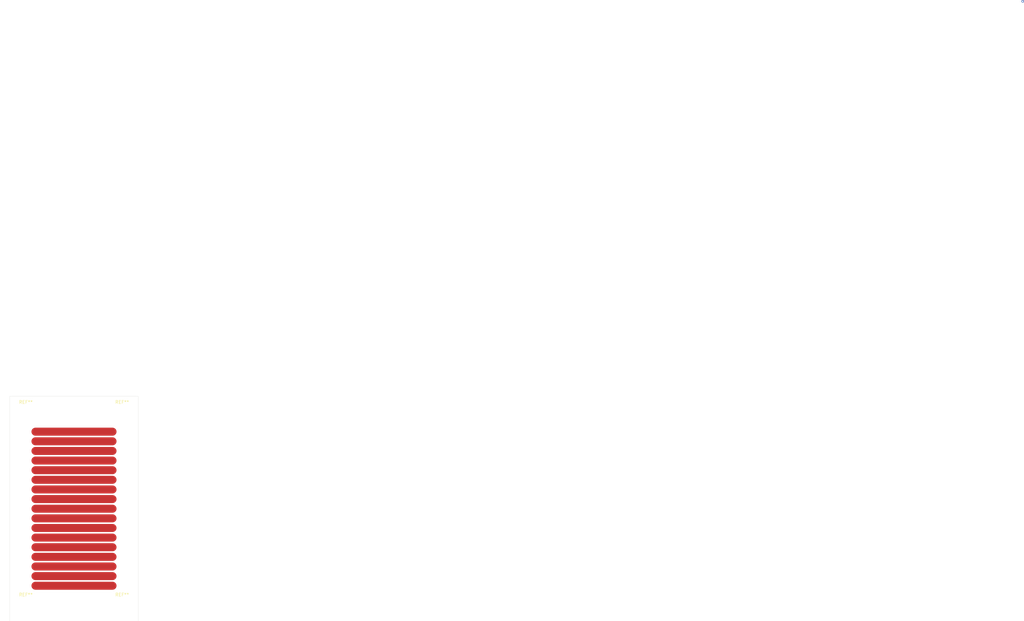
<source format=kicad_pcb>
(kicad_pcb (version 20171130) (host pcbnew "(5.1.5)-3")

  (general
    (thickness 1.6)
    (drawings 38)
    (tracks 18)
    (zones 0)
    (modules 4)
    (nets 1)
  )

  (page A4)
  (layers
    (0 F.Cu signal)
    (31 B.Cu signal)
    (32 B.Adhes user)
    (33 F.Adhes user)
    (34 B.Paste user)
    (35 F.Paste user)
    (36 B.SilkS user)
    (37 F.SilkS user)
    (38 B.Mask user)
    (39 F.Mask user)
    (40 Dwgs.User user)
    (41 Cmts.User user)
    (42 Eco1.User user)
    (43 Eco2.User user)
    (44 Edge.Cuts user)
    (45 Margin user)
    (46 B.CrtYd user)
    (47 F.CrtYd user)
    (48 B.Fab user)
    (49 F.Fab user)
  )

  (setup
    (last_trace_width 0.25)
    (trace_clearance 0.2)
    (zone_clearance 0.508)
    (zone_45_only no)
    (trace_min 0.2)
    (via_size 0.8)
    (via_drill 0.4)
    (via_min_size 0.4)
    (via_min_drill 0.3)
    (uvia_size 0.3)
    (uvia_drill 0.1)
    (uvias_allowed no)
    (uvia_min_size 0.2)
    (uvia_min_drill 0.1)
    (edge_width 0.05)
    (segment_width 0.2)
    (pcb_text_width 0.3)
    (pcb_text_size 1.5 1.5)
    (mod_edge_width 0.12)
    (mod_text_size 1 1)
    (mod_text_width 0.15)
    (pad_size 2.1 2.1)
    (pad_drill 2.1)
    (pad_to_mask_clearance 0.051)
    (solder_mask_min_width 0.25)
    (aux_axis_origin 0 0)
    (visible_elements 7FFFFFFF)
    (pcbplotparams
      (layerselection 0x010fc_ffffffff)
      (usegerberextensions false)
      (usegerberattributes false)
      (usegerberadvancedattributes false)
      (creategerberjobfile false)
      (excludeedgelayer true)
      (linewidth 0.100000)
      (plotframeref false)
      (viasonmask false)
      (mode 1)
      (useauxorigin false)
      (hpglpennumber 1)
      (hpglpenspeed 20)
      (hpglpendiameter 15.000000)
      (psnegative false)
      (psa4output false)
      (plotreference true)
      (plotvalue true)
      (plotinvisibletext false)
      (padsonsilk false)
      (subtractmaskfromsilk false)
      (outputformat 1)
      (mirror false)
      (drillshape 0)
      (scaleselection 1)
      (outputdirectory "../../../Desktop/LANL_B0/"))
  )

  (net 0 "")

  (net_class Default "This is the default net class."
    (clearance 0.2)
    (trace_width 0.25)
    (via_dia 0.8)
    (via_drill 0.4)
    (uvia_dia 0.3)
    (uvia_drill 0.1)
  )

  (module MountingHole:MountingHole_2.1mm (layer F.Cu) (tedit 5E629D85) (tstamp 5E62A05A)
    (at 48 78)
    (descr "Mounting Hole 2.1mm, no annular")
    (tags "mounting hole 2.1mm no annular")
    (attr virtual)
    (fp_text reference REF** (at 0 -3.2) (layer F.SilkS)
      (effects (font (size 1 1) (thickness 0.15)))
    )
    (fp_text value MountingHole_2.1mm (at 0 3.2) (layer F.Fab)
      (effects (font (size 1 1) (thickness 0.15)))
    )
    (fp_circle (center 0 0) (end 2.35 0) (layer F.CrtYd) (width 0.05))
    (fp_circle (center 0 0) (end 2.1 0) (layer Cmts.User) (width 0.15))
    (fp_text user %R (at 0.3 0) (layer F.Fab)
      (effects (font (size 1 1) (thickness 0.15)))
    )
    (pad "" np_thru_hole circle (at 0 0) (size 2.1 2.1) (drill 2.1) (layers *.Cu *.Mask))
  )

  (module MountingHole:MountingHole_2.1mm (layer F.Cu) (tedit 5E629F81) (tstamp 5E629E72)
    (at 48 18)
    (descr "Mounting Hole 2.1mm, no annular")
    (tags "mounting hole 2.1mm no annular")
    (attr virtual)
    (fp_text reference REF** (at 0 -3.2) (layer F.SilkS)
      (effects (font (size 1 1) (thickness 0.15)))
    )
    (fp_text value MountingHole_2.1mm (at 0 3.2) (layer F.Fab)
      (effects (font (size 1 1) (thickness 0.15)))
    )
    (fp_circle (center 0 0) (end 2.35 0) (layer F.CrtYd) (width 0.05))
    (fp_circle (center 0 0) (end 2.1 0) (layer Cmts.User) (width 0.15))
    (fp_text user %R (at 0.3 0) (layer F.Fab)
      (effects (font (size 1 1) (thickness 0.15)))
    )
    (pad "" np_thru_hole circle (at 0 0) (size 2.1 2.1) (drill 2.1) (layers *.Cu *.Mask))
  )

  (module MountingHole:MountingHole_2.1mm (layer F.Cu) (tedit 5E629D85) (tstamp 5E629DE6)
    (at 18 18)
    (descr "Mounting Hole 2.1mm, no annular")
    (tags "mounting hole 2.1mm no annular")
    (attr virtual)
    (fp_text reference REF** (at 0 -3.2) (layer F.SilkS)
      (effects (font (size 1 1) (thickness 0.15)))
    )
    (fp_text value MountingHole_2.1mm (at 0 3.2) (layer F.Fab)
      (effects (font (size 1 1) (thickness 0.15)))
    )
    (fp_circle (center 0 0) (end 2.35 0) (layer F.CrtYd) (width 0.05))
    (fp_circle (center 0 0) (end 2.1 0) (layer Cmts.User) (width 0.15))
    (fp_text user %R (at 0.3 0) (layer F.Fab)
      (effects (font (size 1 1) (thickness 0.15)))
    )
    (pad "" np_thru_hole circle (at 0 0) (size 2.1 2.1) (drill 2.1) (layers *.Cu *.Mask))
  )

  (module MountingHole:MountingHole_2.1mm (layer F.Cu) (tedit 5E629D85) (tstamp 5E629DA4)
    (at 18 78)
    (descr "Mounting Hole 2.1mm, no annular")
    (tags "mounting hole 2.1mm no annular")
    (attr virtual)
    (fp_text reference REF** (at 0 -3.2) (layer F.SilkS)
      (effects (font (size 1 1) (thickness 0.15)))
    )
    (fp_text value MountingHole_2.1mm (at 0 3.2) (layer F.Fab)
      (effects (font (size 1 1) (thickness 0.15)))
    )
    (fp_text user %R (at 0.3 0) (layer F.Fab)
      (effects (font (size 1 1) (thickness 0.15)))
    )
    (fp_circle (center 0 0) (end 2.1 0) (layer Cmts.User) (width 0.15))
    (fp_circle (center 0 0) (end 2.35 0) (layer F.CrtYd) (width 0.05))
    (pad "" np_thru_hole circle (at 0 0) (size 2.1 2.1) (drill 2.1) (layers *.Cu *.Mask))
  )

  (gr_poly (pts (xy 44 73) (xy 42 73) (xy 42 71) (xy 44 71)) (layer F.Mask) (width 0.1) (tstamp 5E627894))
  (gr_poly (pts (xy 44 70) (xy 42 70) (xy 42 68) (xy 44 68)) (layer F.Mask) (width 0.1) (tstamp 5E627892))
  (gr_poly (pts (xy 44 67) (xy 42 67) (xy 42 65) (xy 44 65)) (layer F.Mask) (width 0.1) (tstamp 5E627890))
  (gr_poly (pts (xy 44 64) (xy 42 64) (xy 42 62) (xy 44 62)) (layer F.Mask) (width 0.1) (tstamp 5E62788E))
  (gr_poly (pts (xy 44 61) (xy 42 61) (xy 42 59) (xy 44 59)) (layer F.Mask) (width 0.1) (tstamp 5E62788C))
  (gr_poly (pts (xy 44 58) (xy 42 58) (xy 42 56) (xy 44 56)) (layer F.Mask) (width 0.1) (tstamp 5E62788A))
  (gr_poly (pts (xy 44 55) (xy 42 55) (xy 42 53) (xy 44 53)) (layer F.Mask) (width 0.1) (tstamp 5E627888))
  (gr_poly (pts (xy 44 52) (xy 42 52) (xy 42 50) (xy 44 50)) (layer F.Mask) (width 0.1) (tstamp 5E627886))
  (gr_poly (pts (xy 44 49) (xy 42 49) (xy 42 47) (xy 44 47)) (layer F.Mask) (width 0.1) (tstamp 5E627884))
  (gr_poly (pts (xy 44 46) (xy 42 46) (xy 42 44) (xy 44 44)) (layer F.Mask) (width 0.1) (tstamp 5E627882))
  (gr_poly (pts (xy 44 43) (xy 42 43) (xy 42 41) (xy 44 41)) (layer F.Mask) (width 0.1) (tstamp 5E627880))
  (gr_poly (pts (xy 44 40) (xy 42 40) (xy 42 38) (xy 44 38)) (layer F.Mask) (width 0.1) (tstamp 5E62787E))
  (gr_poly (pts (xy 44 37) (xy 42 37) (xy 42 35) (xy 44 35)) (layer F.Mask) (width 0.1) (tstamp 5E62787C))
  (gr_poly (pts (xy 44 34) (xy 42 34) (xy 42 32) (xy 44 32)) (layer F.Mask) (width 0.1) (tstamp 5E62787A))
  (gr_poly (pts (xy 44 31) (xy 42 31) (xy 42 29) (xy 44 29)) (layer F.Mask) (width 0.1) (tstamp 5E627878))
  (gr_poly (pts (xy 44 28) (xy 42 28) (xy 42 26) (xy 44 26)) (layer F.Mask) (width 0.1) (tstamp 5E627876))
  (gr_poly (pts (xy 44 25) (xy 42 25) (xy 42 23) (xy 44 23)) (layer F.Mask) (width 0.1))
  (gr_poly (pts (xy 24 73) (xy 22 73) (xy 22 71) (xy 24 71)) (layer F.Mask) (width 0.1) (tstamp 5E627787))
  (gr_poly (pts (xy 24 70) (xy 22 70) (xy 22 68) (xy 24 68)) (layer F.Mask) (width 0.1) (tstamp 5E627785))
  (gr_poly (pts (xy 24 67) (xy 22 67) (xy 22 65) (xy 24 65)) (layer F.Mask) (width 0.1) (tstamp 5E627783))
  (gr_poly (pts (xy 24 64) (xy 22 64) (xy 22 62) (xy 24 62)) (layer F.Mask) (width 0.1) (tstamp 5E627781))
  (gr_poly (pts (xy 24 61) (xy 22 61) (xy 22 59) (xy 24 59)) (layer F.Mask) (width 0.1) (tstamp 5E62777F))
  (gr_poly (pts (xy 24 58) (xy 22 58) (xy 22 56) (xy 24 56)) (layer F.Mask) (width 0.1) (tstamp 5E62777D))
  (gr_poly (pts (xy 24 55) (xy 22 55) (xy 22 53) (xy 24 53)) (layer F.Mask) (width 0.1) (tstamp 5E62777B))
  (gr_poly (pts (xy 24 52) (xy 22 52) (xy 22 50) (xy 24 50)) (layer F.Mask) (width 0.1) (tstamp 5E627779))
  (gr_poly (pts (xy 24 49) (xy 22 49) (xy 22 47) (xy 24 47)) (layer F.Mask) (width 0.1) (tstamp 5E627777))
  (gr_poly (pts (xy 24 46) (xy 22 46) (xy 22 44) (xy 24 44)) (layer F.Mask) (width 0.1) (tstamp 5E627775))
  (gr_poly (pts (xy 24 43) (xy 22 43) (xy 22 41) (xy 24 41)) (layer F.Mask) (width 0.1) (tstamp 5E627773))
  (gr_poly (pts (xy 24 40) (xy 22 40) (xy 22 38) (xy 24 38)) (layer F.Mask) (width 0.1) (tstamp 5E627771))
  (gr_poly (pts (xy 24 37) (xy 22 37) (xy 22 35) (xy 24 35)) (layer F.Mask) (width 0.1) (tstamp 5E62776F))
  (gr_poly (pts (xy 24 34) (xy 22 34) (xy 22 32) (xy 24 32)) (layer F.Mask) (width 0.1) (tstamp 5E62776D))
  (gr_poly (pts (xy 24 31) (xy 22 31) (xy 22 29) (xy 24 29)) (layer F.Mask) (width 0.1) (tstamp 5E62776B))
  (gr_poly (pts (xy 24 28) (xy 22 28) (xy 22 26) (xy 24 26)) (layer F.Mask) (width 0.1) (tstamp 5E627769))
  (gr_poly (pts (xy 24 25) (xy 22 25) (xy 22 23) (xy 24 23)) (layer F.Mask) (width 0.1))
  (gr_line (start 13 83) (end 53 83) (layer Edge.Cuts) (width 0.05) (tstamp 5E6020A2))
  (gr_line (start 13 13) (end 13 83) (layer Edge.Cuts) (width 0.05))
  (gr_line (start 53 13) (end 53 83) (layer Edge.Cuts) (width 0.05))
  (gr_line (start 13 13) (end 53 13) (layer Edge.Cuts) (width 0.05))

  (segment (start 21 24) (end 45 24) (width 2.5) (layer F.Cu) (net 0))
  (segment (start 21 27) (end 45 27) (width 2.5) (layer F.Cu) (net 0) (tstamp 5E602368))
  (segment (start 21 30) (end 45 30) (width 2.5) (layer F.Cu) (net 0) (tstamp 5E60236A))
  (segment (start 21 33) (end 45 33) (width 2.5) (layer F.Cu) (net 0) (tstamp 5E60236C))
  (segment (start 21 36) (end 45 36) (width 2.5) (layer F.Cu) (net 0) (tstamp 5E60236E))
  (segment (start 21 39) (end 45 39) (width 2.5) (layer F.Cu) (net 0) (tstamp 5E602370))
  (segment (start 21 42) (end 45 42) (width 2.5) (layer F.Cu) (net 0) (tstamp 5E602372))
  (segment (start 21 45) (end 45 45) (width 2.5) (layer F.Cu) (net 0) (tstamp 5E602374))
  (segment (start 21 48) (end 45 48) (width 2.5) (layer F.Cu) (net 0) (tstamp 5E602376))
  (segment (start 21 51) (end 45 51) (width 2.5) (layer F.Cu) (net 0) (tstamp 5E602378))
  (segment (start 21 54) (end 45 54) (width 2.5) (layer F.Cu) (net 0) (tstamp 5E60237A))
  (segment (start 21 57) (end 45 57) (width 2.5) (layer F.Cu) (net 0) (tstamp 5E60237C))
  (segment (start 21 60) (end 45 60) (width 2.5) (layer F.Cu) (net 0) (tstamp 5E60237E))
  (segment (start 21 63) (end 45 63) (width 2.5) (layer F.Cu) (net 0) (tstamp 5E602380))
  (segment (start 21 66) (end 45 66) (width 2.5) (layer F.Cu) (net 0) (tstamp 5E602382))
  (segment (start 21 69) (end 45 69) (width 2.5) (layer F.Cu) (net 0) (tstamp 5E602384))
  (segment (start 21 72) (end 45 72) (width 2.5) (layer F.Cu) (net 0) (tstamp 5E602386))
  (via (at 328.6 -110.1) (size 0.8) (drill 0.4) (layers F.Cu B.Cu) (net 0))

)

</source>
